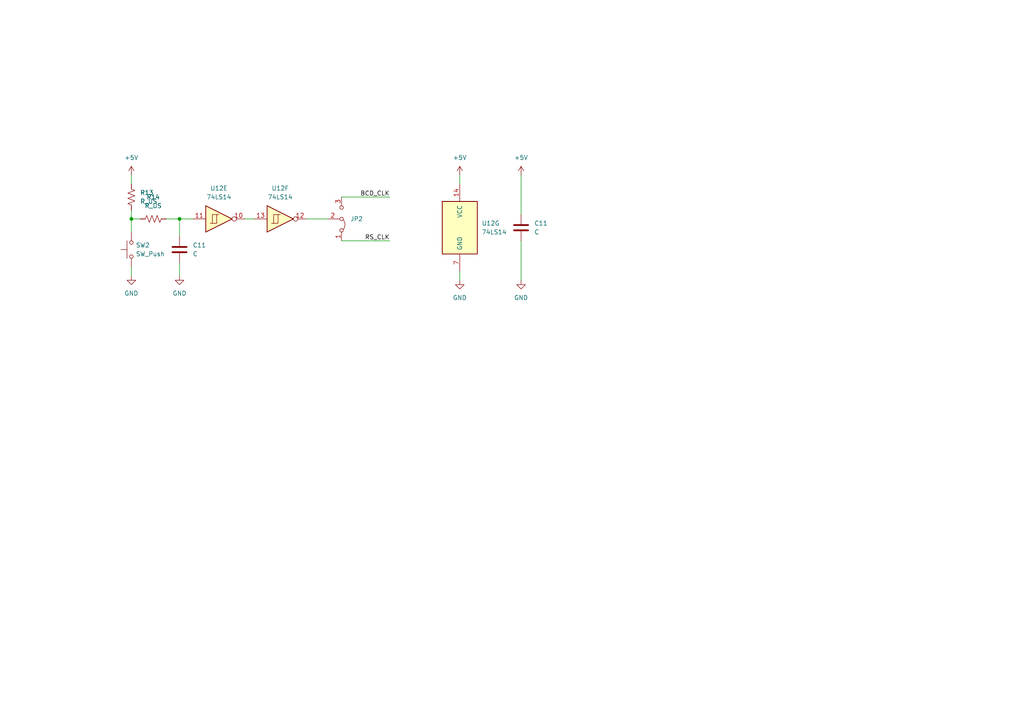
<source format=kicad_sch>
(kicad_sch (version 20230121) (generator eeschema)
  (paper "A4")
  (lib_symbols
    (symbol "74xx:74LS14" (pin_names (offset 1.016))
      (property "Reference" "U" (at 0 1.27 0))
      (property "Value" "74LS14" (at 0 -1.27 0))
      (symbol "74LS14_1_0"
        (polyline (pts (xy -3.81 3.81) (xy -3.81 -3.81) (xy 3.81 0) (xy -3.81 3.81)) (stroke (width 0.254)) (fill (type background)))
        (pin input line (at -7.62 0 0) (length 3.81) (name "~") (number "1"))
        (pin output inverted (at 7.62 0 180) (length 3.81) (name "~") (number "2"))
      )
      (symbol "74LS14_1_1"
        (polyline (pts (xy -1.905 -1.27) (xy -1.905 1.27) (xy -0.635 1.27)))
        (polyline (pts (xy -2.54 -1.27) (xy -0.635 -1.27) (xy -0.635 1.27) (xy 0 1.27)))
      )
      (symbol "74LS14_2_0"
        (polyline (pts (xy -3.81 3.81) (xy -3.81 -3.81) (xy 3.81 0) (xy -3.81 3.81)) (stroke (width 0.254)) (fill (type background)))
        (pin input line (at -7.62 0 0) (length 3.81) (name "~") (number "3"))
        (pin output inverted (at 7.62 0 180) (length 3.81) (name "~") (number "4"))
      )
      (symbol "74LS14_2_1"
        (polyline (pts (xy -1.905 -1.27) (xy -1.905 1.27) (xy -0.635 1.27)))
        (polyline (pts (xy -2.54 -1.27) (xy -0.635 -1.27) (xy -0.635 1.27) (xy 0 1.27)))
      )
      (symbol "74LS14_3_0"
        (polyline (pts (xy -3.81 3.81) (xy -3.81 -3.81) (xy 3.81 0) (xy -3.81 3.81)) (stroke (width 0.254)) (fill (type background)))
        (pin input line (at -7.62 0 0) (length 3.81) (name "~") (number "5"))
        (pin output inverted (at 7.62 0 180) (length 3.81) (name "~") (number "6"))
      )
      (symbol "74LS14_3_1"
        (polyline (pts (xy -1.905 -1.27) (xy -1.905 1.27) (xy -0.635 1.27)))
        (polyline (pts (xy -2.54 -1.27) (xy -0.635 -1.27) (xy -0.635 1.27) (xy 0 1.27)))
      )
      (symbol "74LS14_4_0"
        (polyline (pts (xy -3.81 3.81) (xy -3.81 -3.81) (xy 3.81 0) (xy -3.81 3.81)) (stroke (width 0.254)) (fill (type background)))
        (pin output inverted (at 7.62 0 180) (length 3.81) (name "~") (number "8"))
        (pin input line (at -7.62 0 0) (length 3.81) (name "~") (number "9"))
      )
      (symbol "74LS14_4_1"
        (polyline (pts (xy -1.905 -1.27) (xy -1.905 1.27) (xy -0.635 1.27)))
        (polyline (pts (xy -2.54 -1.27) (xy -0.635 -1.27) (xy -0.635 1.27) (xy 0 1.27)))
      )
      (symbol "74LS14_5_0"
        (polyline (pts (xy -3.81 3.81) (xy -3.81 -3.81) (xy 3.81 0) (xy -3.81 3.81)) (stroke (width 0.254)) (fill (type background)))
        (pin output inverted (at 7.62 0 180) (length 3.81) (name "~") (number "10"))
        (pin input line (at -7.62 0 0) (length 3.81) (name "~") (number "11"))
      )
      (symbol "74LS14_5_1"
        (polyline (pts (xy -1.905 -1.27) (xy -1.905 1.27) (xy -0.635 1.27)))
        (polyline (pts (xy -2.54 -1.27) (xy -0.635 -1.27) (xy -0.635 1.27) (xy 0 1.27)))
      )
      (symbol "74LS14_6_0"
        (polyline (pts (xy -3.81 3.81) (xy -3.81 -3.81) (xy 3.81 0) (xy -3.81 3.81)) (stroke (width 0.254)) (fill (type background)))
        (pin output inverted (at 7.62 0 180) (length 3.81) (name "~") (number "12"))
        (pin input line (at -7.62 0 0) (length 3.81) (name "~") (number "13"))
      )
      (symbol "74LS14_6_1"
        (polyline (pts (xy -1.905 -1.27) (xy -1.905 1.27) (xy -0.635 1.27)))
        (polyline (pts (xy -2.54 -1.27) (xy -0.635 -1.27) (xy -0.635 1.27) (xy 0 1.27)))
      )
      (symbol "74LS14_7_0"
        (pin power_in line (at 0 12.7 270) (length 5.08) (name "VCC") (number "14"))
        (pin power_in line (at 0 -12.7 90) (length 5.08) (name "GND") (number "7"))
      )
      (symbol "74LS14_7_1"
        (rectangle (start -5.08 7.62) (end 5.08 -7.62) (stroke (width 0.254)) (fill (type background)))
      )
    )
    (symbol "Device:C" (pin_numbers hide) (pin_names (offset 0.254))
      (property "Reference" "C" (at 0.635 2.54 0))
      (property "Value" "C" (at 0.635 -2.54 0))
      (symbol "C_0_1"
        (polyline (pts (xy -2.032 -0.762) (xy 2.032 -0.762)) (stroke (width 0.508)))
        (polyline (pts (xy -2.032 0.762) (xy 2.032 0.762)) (stroke (width 0.508)))
      )
      (symbol "C_1_1"
        (pin passive line (at 0 3.81 270) (length 2.794) (name "~") (number "1"))
        (pin passive line (at 0 -3.81 90) (length 2.794) (name "~") (number "2"))
      )
    )
    (symbol "Device:R_US" (pin_numbers hide) (pin_names (offset 0))
      (property "Reference" "R" (at 2.54 0 90))
      (property "Value" "R_US" (at -2.54 0 90))
      (symbol "R_US_0_1"
        (polyline (pts (xy 0 -2.286) (xy 0 -2.54)))
        (polyline (pts (xy 0 2.286) (xy 0 2.54)))
        (polyline (pts (xy 0 -0.762) (xy 1.016 -1.143) (xy 0 -1.524) (xy -1.016 -1.905) (xy 0 -2.286)))
        (polyline (pts (xy 0 0.762) (xy 1.016 0.381) (xy 0 0) (xy -1.016 -0.381) (xy 0 -0.762)))
        (polyline (pts (xy 0 2.286) (xy 1.016 1.905) (xy 0 1.524) (xy -1.016 1.143) (xy 0 0.762)))
      )
      (symbol "R_US_1_1"
        (pin passive line (at 0 3.81 270) (length 1.27) (name "~") (number "1"))
        (pin passive line (at 0 -3.81 90) (length 1.27) (name "~") (number "2"))
      )
    )
    (symbol "Jumper:Jumper_3_Bridged12" (pin_names (offset 0) hide)
      (property "Reference" "JP" (at -2.54 -2.54 0))
      (property "Value" "Jumper_3_Bridged12" (at 0 2.794 0))
      (symbol "Jumper_3_Bridged12_0_0"
        (circle (center -3.302 0) (radius 0.508))
        (circle (center 0 0) (radius 0.508))
        (circle (center 3.302 0) (radius 0.508))
      )
      (symbol "Jumper_3_Bridged12_0_1"
        (arc (start -0.254 0.508) (mid -1.651 0.9912) (end -3.048 0.508))
        (polyline (pts (xy 0 -1.27) (xy 0 -0.508)))
      )
      (symbol "Jumper_3_Bridged12_1_1"
        (pin passive line (at -6.35 0 0) (length 2.54) (name "A") (number "1"))
        (pin passive line (at 0 -3.81 90) (length 2.54) (name "C") (number "2"))
        (pin passive line (at 6.35 0 180) (length 2.54) (name "B") (number "3"))
      )
    )
    (symbol "Switch:SW_Push" (pin_numbers hide) (pin_names (offset 1.016) hide)
      (property "Reference" "SW" (at 1.27 2.54 0))
      (property "Value" "SW_Push" (at 0 -1.524 0))
      (symbol "SW_Push_0_1"
        (circle (center -2.032 0) (radius 0.508))
        (polyline (pts (xy 0 1.27) (xy 0 3.048)))
        (polyline (pts (xy 2.54 1.27) (xy -2.54 1.27)))
        (circle (center 2.032 0) (radius 0.508))
        (pin passive line (at -5.08 0 0) (length 2.54) (name "1") (number "1"))
        (pin passive line (at 5.08 0 180) (length 2.54) (name "2") (number "2"))
      )
    )
    (symbol "power:+5V" (power) (pin_names (offset 0))
      (property "Value" "+5V" (at 0 3.556 0))
      (symbol "+5V_0_1"
        (polyline (pts (xy -0.762 1.27) (xy 0 2.54)))
        (polyline (pts (xy 0 0) (xy 0 2.54)))
        (polyline (pts (xy 0 2.54) (xy 0.762 1.27)))
      )
      (symbol "+5V_1_1"
        (pin power_in line (at 0 0 90) (length 0) hide (name "+5V") (number "1"))
      )
    )
    (symbol "power:GND" (power) (pin_names (offset 0))
      (property "Value" "GND" (at 0 -3.81 0))
      (symbol "GND_0_1"
        (polyline (pts (xy 0 0) (xy 0 -1.27) (xy 1.27 -1.27) (xy 0 -2.54) (xy -1.27 -1.27) (xy 0 -1.27)))
      )
      (symbol "GND_1_1"
        (pin power_in line (at 0 0 270) (length 0) hide (name "GND") (number "1"))
      )
    )
  )
  (junction (at 38.1 63.5))
  (junction (at 52.07 63.5))
  (wire (pts (xy 38.1 50.8) (xy 38.1 53.34)))
  (wire (pts (xy 52.07 63.5) (xy 55.88 63.5)))
  (wire (pts (xy 88.9 63.5) (xy 95.25 63.5)))
  (wire (pts (xy 151.13 50.8) (xy 151.13 62.23)))
  (wire (pts (xy 99.06 57.15) (xy 113.03 57.15)))
  (wire (pts (xy 133.35 81.28) (xy 133.35 78.74)))
  (wire (pts (xy 38.1 77.47) (xy 38.1 80.01)))
  (wire (pts (xy 38.1 63.5) (xy 38.1 67.31)))
  (wire (pts (xy 52.07 68.58) (xy 52.07 63.5)))
  (wire (pts (xy 48.26 63.5) (xy 52.07 63.5)))
  (wire (pts (xy 38.1 63.5) (xy 40.64 63.5)))
  (wire (pts (xy 133.35 50.8) (xy 133.35 53.34)))
  (wire (pts (xy 52.07 76.2) (xy 52.07 80.01)))
  (wire (pts (xy 99.06 69.85) (xy 113.03 69.85)))
  (wire (pts (xy 71.12 63.5) (xy 73.66 63.5)))
  (wire (pts (xy 38.1 60.96) (xy 38.1 63.5)))
  (wire (pts (xy 151.13 69.85) (xy 151.13 81.28)))
  (label "RS_CLK" (at 113.03 69.85 180))
  (label "BCD_CLK" (at 113.03 57.15 180))
  (symbol (lib_id "74xx:74LS14") (at 81.28 63.5 0) (unit 6)
    (property "Reference" "U12" (at 81.28 54.61 0))
    (property "Value" "74LS14" (at 81.28 57.15 0))
    (property "Footprint" "Package_DIP:DIP-14_W7.62mm_Socket" (effects hide))
    (property "Datasheet" "http://www.ti.com/lit/gpn/sn74LS14" (effects hide))
    (instances (project "preperf_10x10" (path "" (reference "U12") (unit 6)) (path "" (reference "U10") (unit 6))))
  )
  (symbol (lib_id "74xx:74LS14") (at 63.5 63.5 0) (unit 5)
    (property "Reference" "U12" (at 63.5 54.61 0))
    (property "Value" "74LS14" (at 63.5 57.15 0))
    (property "Footprint" "Package_DIP:DIP-14_W7.62mm_Socket" (effects hide))
    (property "Datasheet" "http://www.ti.com/lit/gpn/sn74LS14" (effects hide))
    (instances (project "preperf_10x10" (path "" (reference "U12") (unit 5)) (path "" (reference "U10") (unit 5))))
  )
  (symbol (lib_id "Device:R_US") (at 38.1 57.15 0) (unit 1)
    (property "Reference" "R13" (at 40.64 55.88 0) (effects (justify left)))
    (property "Value" "R_US" (at 40.64 58.42 0) (effects (justify left)))
    (property "Footprint" "Resistor_THT:R_Axial_DIN0207_L6.3mm_D2.5mm_P7.62mm_Horizontal" (effects hide))
  )
  (symbol (lib_id "power:GND") (at 38.1 80.01 0) (unit 1)
    (property "Reference" "#PWR060" (effects hide))
    (property "Value" "GND" (at 38.1 85.09 0))
    (instances (project "preperf_10x10" (path "" (reference "#PWR060") (unit 1)) (path "" (reference "#PWR055") (unit 1))))
  )
  (symbol (lib_id "74xx:74LS14") (at 133.35 66.04 0) (unit 7)
    (property "Reference" "U12" (at 139.7 64.77 0) (effects (justify left)))
    (property "Value" "74LS14" (at 139.7 67.31 0) (effects (justify left)))
    (property "Footprint" "Package_DIP:DIP-14_W7.62mm_Socket" (effects hide))
    (property "Datasheet" "http://www.ti.com/lit/gpn/sn74LS14" (effects hide))
    (instances (project "preperf_10x10" (path "" (reference "U12") (unit 7)) (path "" (reference "U10") (unit 7))))
  )
  (symbol (lib_id "power:+5V") (at 151.13 50.8 0) (unit 1)
    (property "Reference" "#PWR058" (effects hide))
    (property "Value" "+5V" (at 151.13 45.72 0))
    (instances (project "preperf_10x10" (path "" (reference "#PWR058") (unit 1)) (path "" (reference "#PWR049") (unit 1))))
  )
  (symbol (lib_id "Device:R_US") (at 44.45 63.5 90) (unit 1)
    (property "Reference" "R14" (at 44.45 57.15 90))
    (property "Value" "R_US" (at 44.45 59.69 90))
    (property "Footprint" "Resistor_THT:R_Axial_DIN0207_L6.3mm_D2.5mm_P2.54mm_Vertical" (effects hide))
  )
  (symbol (lib_id "power:+5V") (at 38.1 50.8 0) (unit 1)
    (property "Reference" "#PWR063" (effects hide))
    (property "Value" "+5V" (at 38.1 45.72 0))
    (instances (project "preperf_10x10" (path "" (reference "#PWR063") (unit 1)) (path "" (reference "#PWR054") (unit 1))))
  )
  (symbol (lib_id "power:GND") (at 52.07 80.01 0) (unit 1)
    (property "Reference" "#PWR062" (effects hide))
    (property "Value" "GND" (at 52.07 85.09 0))
    (instances (project "preperf_10x10" (path "" (reference "#PWR062") (unit 1)) (path "" (reference "#PWR056") (unit 1))))
  )
  (symbol (lib_id "Device:C") (at 151.13 66.04 0) (unit 1)
    (property "Reference" "C11" (at 154.94 64.77 0) (effects (justify left)))
    (property "Value" "C" (at 154.94 67.31 0) (effects (justify left)))
    (instances (project "preperf_10x10" (path "" (reference "C11") (unit 1)) (path "" (reference "C12") (unit 1))))
  )
  (symbol (lib_id "power:GND") (at 151.13 81.28 0) (unit 1)
    (property "Reference" "#PWR059" (effects hide))
    (property "Value" "GND" (at 151.13 86.36 0))
    (instances (project "preperf_10x10" (path "" (reference "#PWR059") (unit 1)) (path "" (reference "#PWR050") (unit 1))))
  )
  (symbol (lib_id "power:GND") (at 133.35 81.28 0) (unit 1)
    (property "Reference" "#PWR059" (effects hide))
    (property "Value" "GND" (at 133.35 86.36 0))
    (instances (project "preperf_10x10" (path "" (reference "#PWR059") (unit 1)) (path "" (reference "#PWR058") (unit 1))))
  )
  (symbol (lib_id "power:+5V") (at 133.35 50.8 0) (unit 1)
    (property "Reference" "#PWR058" (effects hide))
    (property "Value" "+5V" (at 133.35 45.72 0))
    (instances (project "preperf_10x10" (path "" (reference "#PWR058") (unit 1)) (path "" (reference "#PWR057") (unit 1))))
  )
  (symbol (lib_id "Device:C") (at 52.07 72.39 0) (unit 1)
    (property "Reference" "C11" (at 55.88 71.12 0) (effects (justify left)))
    (property "Value" "C" (at 55.88 73.66 0) (effects (justify left)))
    (property "Footprint" "Capacitor_THT:C_Disc_D5.0mm_W2.5mm_P2.50mm" (effects hide))
  )
  (symbol (lib_id "Switch:SW_Push") (at 38.1 72.39 90) (unit 1)
    (property "Reference" "SW2" (at 39.37 71.12 90) (effects (justify right)))
    (property "Value" "SW_Push" (at 39.37 73.66 90) (effects (justify right)))
    (property "Footprint" "Button_Switch_THT:SW_PUSH_6mm_H7.3mm" (effects hide))
  )
  (symbol (lib_id "Jumper:Jumper_3_Bridged12") (at 99.06 63.5 270) (mirror x) (unit 1)
    (property "Reference" "JP2" (at 101.6 63.5 90) (effects (justify left)))
    (property "Value" "Jumper_3_Bridged12" (effects hide))
    (property "Footprint" "Connector_PinHeader_2.54mm:PinHeader_1x03_P2.54mm_Vertical" (effects hide))
    (instances (project "preperf_10x10" (path "" (reference "JP2") (unit 1)) (path "" (reference "JP3") (unit 1))))
  )
)
</source>
